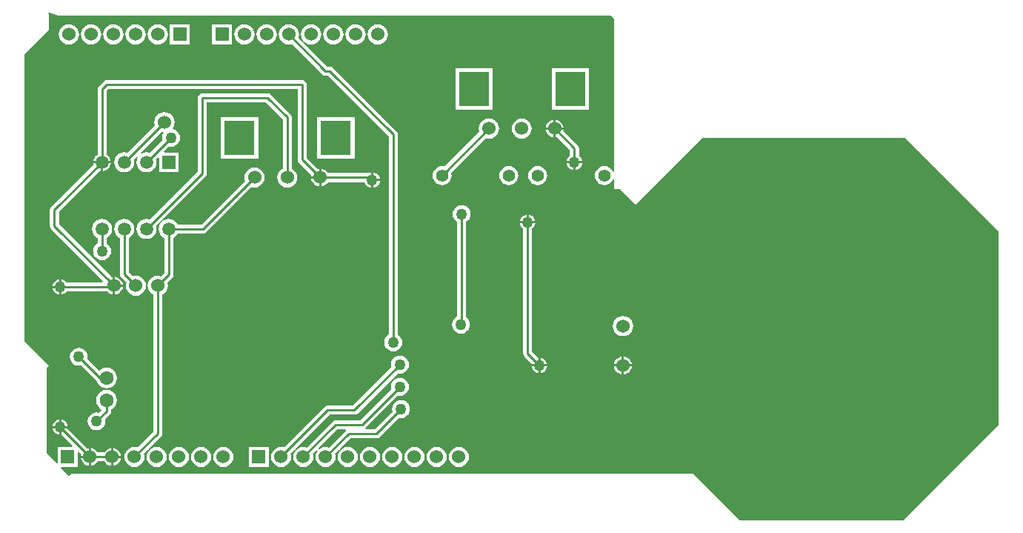
<source format=gbl>
G04 Layer_Physical_Order=2*
G04 Layer_Color=16711680*
%FSAX25Y25*%
%MOIN*%
G70*
G01*
G75*
%ADD15C,0.01000*%
%ADD16C,0.06000*%
%ADD17C,0.06000*%
%ADD18C,0.05906*%
%ADD19C,0.06299*%
%ADD20R,0.06000X0.06000*%
%ADD21C,0.05512*%
%ADD22R,0.13780X0.15748*%
%ADD23R,0.05906X0.05906*%
%ADD24C,0.05000*%
G36*
X0229500Y0389500D02*
X0478000D01*
X0479500Y0388000D01*
Y0319064D01*
X0479000Y0318964D01*
X0478718Y0319646D01*
X0478035Y0320535D01*
X0477146Y0321217D01*
X0476111Y0321646D01*
X0475000Y0321793D01*
X0473889Y0321646D01*
X0472854Y0321217D01*
X0471965Y0320535D01*
X0471282Y0319646D01*
X0470854Y0318611D01*
X0470707Y0317500D01*
X0470854Y0316389D01*
X0471282Y0315354D01*
X0471965Y0314465D01*
X0472854Y0313783D01*
X0473889Y0313354D01*
X0475000Y0313207D01*
X0476111Y0313354D01*
X0477146Y0313783D01*
X0478035Y0314465D01*
X0478718Y0315354D01*
X0479000Y0316036D01*
X0479500Y0315936D01*
Y0311500D01*
X0482000D01*
X0489000Y0304500D01*
X0519000Y0334500D01*
X0610500D01*
X0611500Y0333500D01*
X0652500Y0292500D01*
Y0292000D01*
Y0205500D01*
X0650500Y0203500D01*
X0610000Y0163000D01*
Y0162500D01*
X0536000D01*
X0535000Y0163500D01*
X0515000Y0183500D01*
X0235000D01*
X0234000Y0182500D01*
X0230462Y0186038D01*
X0230653Y0186500D01*
X0238000D01*
Y0192963D01*
X0238462Y0193154D01*
X0239599Y0192017D01*
X0239531Y0191500D01*
X0243000D01*
Y0194969D01*
X0242483Y0194901D01*
X0233502Y0203882D01*
X0233512Y0203953D01*
X0230547D01*
Y0200988D01*
X0230618Y0200998D01*
X0235654Y0195962D01*
X0235463Y0195500D01*
X0229000D01*
Y0188153D01*
X0228538Y0187962D01*
X0224000Y0192500D01*
Y0193500D01*
Y0231000D01*
X0225000Y0232000D01*
X0214000Y0243000D01*
Y0244000D01*
Y0372000D01*
X0217000Y0375000D01*
X0225000Y0383000D01*
Y0386000D01*
Y0390000D01*
X0224689Y0390311D01*
X0224940Y0390744D01*
X0229500Y0389500D01*
D02*
G37*
%LPC*%
G36*
X0443917Y0296000D02*
X0436988D01*
X0437043Y0295586D01*
X0437396Y0294735D01*
X0437957Y0294004D01*
X0438414Y0293653D01*
Y0237453D01*
X0438569Y0236672D01*
X0439011Y0236011D01*
X0442325Y0232697D01*
X0442315Y0232626D01*
X0445280D01*
Y0235590D01*
X0445208Y0235581D01*
X0442492Y0238298D01*
Y0293653D01*
X0442949Y0294004D01*
X0443510Y0294735D01*
X0443863Y0295586D01*
X0443917Y0296000D01*
D02*
G37*
G36*
X0446280Y0235590D02*
Y0232626D01*
X0449244D01*
X0449190Y0233040D01*
X0448837Y0233891D01*
X0448276Y0234622D01*
X0447545Y0235183D01*
X0446693Y0235536D01*
X0446280Y0235590D01*
D02*
G37*
G36*
X0482854Y0236095D02*
X0482310Y0236023D01*
X0481337Y0235620D01*
X0480502Y0234979D01*
X0479860Y0234143D01*
X0479457Y0233170D01*
X0479386Y0232626D01*
X0482854D01*
Y0236095D01*
D02*
G37*
G36*
X0449244Y0231626D02*
X0446280D01*
Y0228662D01*
X0446693Y0228716D01*
X0447545Y0229069D01*
X0448276Y0229630D01*
X0448837Y0230361D01*
X0449190Y0231212D01*
X0449244Y0231626D01*
D02*
G37*
G36*
X0487323D02*
X0483854D01*
Y0228157D01*
X0484399Y0228229D01*
X0485372Y0228632D01*
X0486207Y0229273D01*
X0486848Y0230109D01*
X0487252Y0231082D01*
X0487323Y0231626D01*
D02*
G37*
G36*
X0482854D02*
X0479386D01*
X0479457Y0231082D01*
X0479860Y0230109D01*
X0480502Y0229273D01*
X0481337Y0228632D01*
X0482310Y0228229D01*
X0482854Y0228157D01*
Y0231626D01*
D02*
G37*
G36*
X0445280D02*
X0442315D01*
X0442370Y0231212D01*
X0442722Y0230361D01*
X0443283Y0229630D01*
X0444015Y0229069D01*
X0444866Y0228716D01*
X0445280Y0228662D01*
Y0231626D01*
D02*
G37*
G36*
X0383000Y0236535D02*
X0381956Y0236397D01*
X0380983Y0235994D01*
X0380147Y0235353D01*
X0379506Y0234517D01*
X0379103Y0233544D01*
X0378965Y0232500D01*
X0379099Y0231483D01*
X0361655Y0214039D01*
X0350500D01*
X0349720Y0213884D01*
X0349058Y0213442D01*
X0349058Y0213442D01*
X0330905Y0195289D01*
X0330675Y0195384D01*
X0329500Y0195539D01*
X0328325Y0195384D01*
X0327231Y0194931D01*
X0326291Y0194209D01*
X0325569Y0193269D01*
X0325116Y0192175D01*
X0324961Y0191000D01*
X0325116Y0189825D01*
X0325569Y0188731D01*
X0326291Y0187791D01*
X0327231Y0187069D01*
X0328325Y0186616D01*
X0329500Y0186461D01*
X0330675Y0186616D01*
X0331769Y0187069D01*
X0332709Y0187791D01*
X0333431Y0188731D01*
X0333884Y0189825D01*
X0334039Y0191000D01*
X0333884Y0192175D01*
X0333789Y0192405D01*
X0335881Y0194498D01*
X0336258Y0194167D01*
X0336034Y0193874D01*
X0335569Y0193269D01*
X0335116Y0192175D01*
X0334961Y0191000D01*
X0335116Y0189825D01*
X0335569Y0188731D01*
X0336291Y0187791D01*
X0337231Y0187069D01*
X0338325Y0186616D01*
X0339500Y0186461D01*
X0340675Y0186616D01*
X0341769Y0187069D01*
X0342709Y0187791D01*
X0343431Y0188731D01*
X0343884Y0189825D01*
X0344039Y0191000D01*
X0343884Y0192175D01*
X0343789Y0192405D01*
X0345648Y0194264D01*
X0345704Y0194266D01*
X0345853Y0194089D01*
X0345957Y0193774D01*
X0345569Y0193269D01*
X0345116Y0192175D01*
X0344961Y0191000D01*
X0345116Y0189825D01*
X0345569Y0188731D01*
X0346291Y0187791D01*
X0347231Y0187069D01*
X0348325Y0186616D01*
X0349500Y0186461D01*
X0350675Y0186616D01*
X0351769Y0187069D01*
X0352709Y0187791D01*
X0353431Y0188731D01*
X0353884Y0189825D01*
X0354039Y0191000D01*
X0353884Y0192175D01*
X0353789Y0192405D01*
X0355881Y0194498D01*
X0356258Y0194167D01*
X0356033Y0193874D01*
X0355569Y0193269D01*
X0355116Y0192175D01*
X0354961Y0191000D01*
X0355116Y0189825D01*
X0355569Y0188731D01*
X0356291Y0187791D01*
X0357231Y0187069D01*
X0358325Y0186616D01*
X0359500Y0186461D01*
X0360675Y0186616D01*
X0361769Y0187069D01*
X0362709Y0187791D01*
X0363431Y0188731D01*
X0363884Y0189825D01*
X0364039Y0191000D01*
X0363884Y0192175D01*
X0363431Y0193269D01*
X0362709Y0194209D01*
X0361769Y0194931D01*
X0360675Y0195384D01*
X0359500Y0195539D01*
X0358325Y0195384D01*
X0357231Y0194931D01*
X0356626Y0194466D01*
X0356333Y0194242D01*
X0356002Y0194619D01*
X0360845Y0199461D01*
X0372500D01*
X0373280Y0199616D01*
X0373942Y0200058D01*
X0382483Y0208599D01*
X0383500Y0208466D01*
X0384544Y0208603D01*
X0385517Y0209006D01*
X0386353Y0209647D01*
X0386994Y0210483D01*
X0387397Y0211456D01*
X0387534Y0212500D01*
X0387397Y0213544D01*
X0386994Y0214517D01*
X0386353Y0215353D01*
X0385517Y0215994D01*
X0384544Y0216397D01*
X0383500Y0216534D01*
X0382456Y0216397D01*
X0381483Y0215994D01*
X0380647Y0215353D01*
X0380006Y0214517D01*
X0379603Y0213544D01*
X0379466Y0212500D01*
X0379599Y0211483D01*
X0371655Y0203539D01*
X0367565D01*
X0367414Y0204039D01*
X0367442Y0204058D01*
X0381983Y0218599D01*
X0383000Y0218465D01*
X0384044Y0218603D01*
X0385017Y0219006D01*
X0385853Y0219647D01*
X0386494Y0220483D01*
X0386897Y0221456D01*
X0387035Y0222500D01*
X0386897Y0223544D01*
X0386494Y0224517D01*
X0385853Y0225353D01*
X0385017Y0225994D01*
X0384044Y0226397D01*
X0383000Y0226535D01*
X0381956Y0226397D01*
X0380983Y0225994D01*
X0380147Y0225353D01*
X0379506Y0224517D01*
X0379103Y0223544D01*
X0378965Y0222500D01*
X0379099Y0221483D01*
X0365155Y0207539D01*
X0354000D01*
X0354000Y0207539D01*
X0353220Y0207384D01*
X0352558Y0206942D01*
X0340905Y0195289D01*
X0340675Y0195384D01*
X0339500Y0195539D01*
X0338325Y0195384D01*
X0337231Y0194931D01*
X0336626Y0194466D01*
X0336333Y0194242D01*
X0336002Y0194619D01*
X0351345Y0209961D01*
X0362500D01*
X0363280Y0210116D01*
X0363942Y0210558D01*
X0381983Y0228599D01*
X0383000Y0228466D01*
X0384044Y0228603D01*
X0385017Y0229006D01*
X0385853Y0229647D01*
X0386494Y0230483D01*
X0386897Y0231456D01*
X0387035Y0232500D01*
X0386897Y0233544D01*
X0386494Y0234517D01*
X0385853Y0235353D01*
X0385017Y0235994D01*
X0384044Y0236397D01*
X0383000Y0236535D01*
D02*
G37*
G36*
X0483854Y0236095D02*
Y0232626D01*
X0487323D01*
X0487252Y0233170D01*
X0486848Y0234143D01*
X0486207Y0234979D01*
X0485372Y0235620D01*
X0484399Y0236023D01*
X0483854Y0236095D01*
D02*
G37*
G36*
X0254815Y0271969D02*
Y0268500D01*
X0258284D01*
X0258212Y0269044D01*
X0257809Y0270017D01*
X0257168Y0270853D01*
X0256332Y0271494D01*
X0255359Y0271897D01*
X0254815Y0271969D01*
D02*
G37*
G36*
X0229547Y0270917D02*
X0229134Y0270863D01*
X0228282Y0270510D01*
X0227551Y0269949D01*
X0226990Y0269218D01*
X0226637Y0268367D01*
X0226583Y0267953D01*
X0229547D01*
Y0270917D01*
D02*
G37*
G36*
X0439953Y0299964D02*
X0439539Y0299910D01*
X0438688Y0299557D01*
X0437957Y0298996D01*
X0437396Y0298265D01*
X0437043Y0297414D01*
X0436988Y0297000D01*
X0439953D01*
Y0299964D01*
D02*
G37*
G36*
X0249000Y0297991D02*
X0247838Y0297838D01*
X0246754Y0297390D01*
X0245824Y0296676D01*
X0245111Y0295746D01*
X0244662Y0294662D01*
X0244509Y0293500D01*
X0244662Y0292338D01*
X0245111Y0291254D01*
X0245824Y0290324D01*
X0246754Y0289611D01*
X0246961Y0289525D01*
Y0286977D01*
X0246147Y0286353D01*
X0245506Y0285517D01*
X0245103Y0284544D01*
X0244966Y0283500D01*
X0245103Y0282456D01*
X0245506Y0281483D01*
X0246147Y0280647D01*
X0246983Y0280006D01*
X0247956Y0279603D01*
X0249000Y0279466D01*
X0250044Y0279603D01*
X0251017Y0280006D01*
X0251853Y0280647D01*
X0252494Y0281483D01*
X0252897Y0282456D01*
X0253034Y0283500D01*
X0252897Y0284544D01*
X0252494Y0285517D01*
X0251853Y0286353D01*
X0251039Y0286977D01*
Y0289525D01*
X0251246Y0289611D01*
X0252176Y0290324D01*
X0252889Y0291254D01*
X0253338Y0292338D01*
X0253491Y0293500D01*
X0253338Y0294662D01*
X0252889Y0295746D01*
X0252176Y0296676D01*
X0251246Y0297390D01*
X0250162Y0297838D01*
X0249000Y0297991D01*
D02*
G37*
G36*
X0258284Y0267500D02*
X0254815D01*
Y0264031D01*
X0255359Y0264103D01*
X0256332Y0264506D01*
X0257168Y0265147D01*
X0257809Y0265983D01*
X0258212Y0266956D01*
X0258284Y0267500D01*
D02*
G37*
G36*
X0410744Y0304291D02*
X0409700Y0304153D01*
X0408727Y0303750D01*
X0407891Y0303109D01*
X0407250Y0302273D01*
X0406847Y0301300D01*
X0406709Y0300256D01*
X0406847Y0299212D01*
X0407250Y0298239D01*
X0407891Y0297403D01*
X0408705Y0296779D01*
Y0254086D01*
X0408483Y0253994D01*
X0407647Y0253353D01*
X0407006Y0252517D01*
X0406603Y0251544D01*
X0406465Y0250500D01*
X0406603Y0249456D01*
X0407006Y0248483D01*
X0407647Y0247647D01*
X0408483Y0247006D01*
X0409456Y0246603D01*
X0410500Y0246465D01*
X0411544Y0246603D01*
X0412517Y0247006D01*
X0413353Y0247647D01*
X0413994Y0248483D01*
X0414397Y0249456D01*
X0414535Y0250500D01*
X0414397Y0251544D01*
X0413994Y0252517D01*
X0413353Y0253353D01*
X0412783Y0253790D01*
Y0296779D01*
X0413597Y0297403D01*
X0414238Y0298239D01*
X0414641Y0299212D01*
X0414779Y0300256D01*
X0414641Y0301300D01*
X0414238Y0302273D01*
X0413597Y0303109D01*
X0412761Y0303750D01*
X0411788Y0304153D01*
X0410744Y0304291D01*
D02*
G37*
G36*
X0483354Y0254381D02*
X0482180Y0254227D01*
X0481085Y0253773D01*
X0480145Y0253052D01*
X0479424Y0252112D01*
X0478970Y0251017D01*
X0478816Y0249843D01*
X0478970Y0248668D01*
X0479424Y0247573D01*
X0480145Y0246633D01*
X0481085Y0245912D01*
X0482180Y0245458D01*
X0483354Y0245304D01*
X0484529Y0245458D01*
X0485624Y0245912D01*
X0486564Y0246633D01*
X0487285Y0247573D01*
X0487739Y0248668D01*
X0487893Y0249843D01*
X0487739Y0251017D01*
X0487285Y0252112D01*
X0486564Y0253052D01*
X0485624Y0253773D01*
X0484529Y0254227D01*
X0483354Y0254381D01*
D02*
G37*
G36*
X0229547Y0266953D02*
X0226583D01*
X0226637Y0266539D01*
X0226990Y0265688D01*
X0227551Y0264957D01*
X0228282Y0264396D01*
X0229134Y0264043D01*
X0229547Y0263988D01*
Y0266953D01*
D02*
G37*
G36*
X0259000Y0297991D02*
X0257838Y0297838D01*
X0256754Y0297390D01*
X0255824Y0296676D01*
X0255111Y0295746D01*
X0254662Y0294662D01*
X0254509Y0293500D01*
X0254662Y0292338D01*
X0255111Y0291254D01*
X0255824Y0290324D01*
X0256754Y0289611D01*
X0256961Y0289525D01*
Y0273157D01*
X0257116Y0272377D01*
X0257558Y0271715D01*
X0259869Y0269405D01*
X0259773Y0269175D01*
X0259619Y0268000D01*
X0259773Y0266825D01*
X0260227Y0265731D01*
X0260948Y0264791D01*
X0261888Y0264069D01*
X0262983Y0263616D01*
X0264157Y0263461D01*
X0265332Y0263616D01*
X0266427Y0264069D01*
X0267367Y0264791D01*
X0268088Y0265731D01*
X0268542Y0266825D01*
X0268696Y0268000D01*
X0268542Y0269175D01*
X0268088Y0270269D01*
X0267367Y0271209D01*
X0266427Y0271931D01*
X0265332Y0272384D01*
X0264157Y0272539D01*
X0262983Y0272384D01*
X0262752Y0272289D01*
X0261039Y0274002D01*
Y0289525D01*
X0261246Y0289611D01*
X0262176Y0290324D01*
X0262890Y0291254D01*
X0263338Y0292338D01*
X0263491Y0293500D01*
X0263338Y0294662D01*
X0262890Y0295746D01*
X0262176Y0296676D01*
X0261246Y0297390D01*
X0260162Y0297838D01*
X0259000Y0297991D01*
D02*
G37*
G36*
X0399500Y0195539D02*
X0398325Y0195384D01*
X0397231Y0194931D01*
X0396291Y0194209D01*
X0395569Y0193269D01*
X0395116Y0192175D01*
X0394961Y0191000D01*
X0395116Y0189825D01*
X0395569Y0188731D01*
X0396291Y0187791D01*
X0397231Y0187069D01*
X0398325Y0186616D01*
X0399500Y0186461D01*
X0400675Y0186616D01*
X0401769Y0187069D01*
X0402709Y0187791D01*
X0403431Y0188731D01*
X0403884Y0189825D01*
X0404039Y0191000D01*
X0403884Y0192175D01*
X0403431Y0193269D01*
X0402709Y0194209D01*
X0401769Y0194931D01*
X0400675Y0195384D01*
X0399500Y0195539D01*
D02*
G37*
G36*
X0389500D02*
X0388325Y0195384D01*
X0387231Y0194931D01*
X0386291Y0194209D01*
X0385569Y0193269D01*
X0385116Y0192175D01*
X0384961Y0191000D01*
X0385116Y0189825D01*
X0385569Y0188731D01*
X0386291Y0187791D01*
X0387231Y0187069D01*
X0388325Y0186616D01*
X0389500Y0186461D01*
X0390675Y0186616D01*
X0391769Y0187069D01*
X0392709Y0187791D01*
X0393431Y0188731D01*
X0393884Y0189825D01*
X0394039Y0191000D01*
X0393884Y0192175D01*
X0393431Y0193269D01*
X0392709Y0194209D01*
X0391769Y0194931D01*
X0390675Y0195384D01*
X0389500Y0195539D01*
D02*
G37*
G36*
X0324000Y0195500D02*
X0315000D01*
Y0186500D01*
X0324000D01*
Y0195500D01*
D02*
G37*
G36*
X0409500Y0195539D02*
X0408325Y0195384D01*
X0407231Y0194931D01*
X0406291Y0194209D01*
X0405569Y0193269D01*
X0405116Y0192175D01*
X0404961Y0191000D01*
X0405116Y0189825D01*
X0405569Y0188731D01*
X0406291Y0187791D01*
X0407231Y0187069D01*
X0408325Y0186616D01*
X0409500Y0186461D01*
X0410675Y0186616D01*
X0411769Y0187069D01*
X0412709Y0187791D01*
X0413431Y0188731D01*
X0413884Y0189825D01*
X0414039Y0191000D01*
X0413884Y0192175D01*
X0413431Y0193269D01*
X0412709Y0194209D01*
X0411769Y0194931D01*
X0410675Y0195384D01*
X0409500Y0195539D01*
D02*
G37*
G36*
X0379500D02*
X0378325Y0195384D01*
X0377231Y0194931D01*
X0376291Y0194209D01*
X0375569Y0193269D01*
X0375116Y0192175D01*
X0374961Y0191000D01*
X0375116Y0189825D01*
X0375569Y0188731D01*
X0376291Y0187791D01*
X0377231Y0187069D01*
X0378325Y0186616D01*
X0379500Y0186461D01*
X0380675Y0186616D01*
X0381769Y0187069D01*
X0382709Y0187791D01*
X0383431Y0188731D01*
X0383884Y0189825D01*
X0384039Y0191000D01*
X0383884Y0192175D01*
X0383431Y0193269D01*
X0382709Y0194209D01*
X0381769Y0194931D01*
X0380675Y0195384D01*
X0379500Y0195539D01*
D02*
G37*
G36*
X0293500D02*
X0292325Y0195384D01*
X0291231Y0194931D01*
X0290291Y0194209D01*
X0289569Y0193269D01*
X0289116Y0192175D01*
X0288961Y0191000D01*
X0289116Y0189825D01*
X0289569Y0188731D01*
X0290291Y0187791D01*
X0291231Y0187069D01*
X0292325Y0186616D01*
X0293500Y0186461D01*
X0294675Y0186616D01*
X0295769Y0187069D01*
X0296709Y0187791D01*
X0297431Y0188731D01*
X0297884Y0189825D01*
X0298039Y0191000D01*
X0297884Y0192175D01*
X0297431Y0193269D01*
X0296709Y0194209D01*
X0295769Y0194931D01*
X0294675Y0195384D01*
X0293500Y0195539D01*
D02*
G37*
G36*
X0283500D02*
X0282325Y0195384D01*
X0281231Y0194931D01*
X0280291Y0194209D01*
X0279569Y0193269D01*
X0279116Y0192175D01*
X0278961Y0191000D01*
X0279116Y0189825D01*
X0279569Y0188731D01*
X0280291Y0187791D01*
X0281231Y0187069D01*
X0282325Y0186616D01*
X0283500Y0186461D01*
X0284675Y0186616D01*
X0285769Y0187069D01*
X0286709Y0187791D01*
X0287431Y0188731D01*
X0287884Y0189825D01*
X0288039Y0191000D01*
X0287884Y0192175D01*
X0287431Y0193269D01*
X0286709Y0194209D01*
X0285769Y0194931D01*
X0284675Y0195384D01*
X0283500Y0195539D01*
D02*
G37*
G36*
X0369500D02*
X0368325Y0195384D01*
X0367231Y0194931D01*
X0366291Y0194209D01*
X0365569Y0193269D01*
X0365116Y0192175D01*
X0364961Y0191000D01*
X0365116Y0189825D01*
X0365569Y0188731D01*
X0366291Y0187791D01*
X0367231Y0187069D01*
X0368325Y0186616D01*
X0369500Y0186461D01*
X0370675Y0186616D01*
X0371769Y0187069D01*
X0372709Y0187791D01*
X0373431Y0188731D01*
X0373884Y0189825D01*
X0374039Y0191000D01*
X0373884Y0192175D01*
X0373431Y0193269D01*
X0372709Y0194209D01*
X0371769Y0194931D01*
X0370675Y0195384D01*
X0369500Y0195539D01*
D02*
G37*
G36*
X0303500D02*
X0302325Y0195384D01*
X0301231Y0194931D01*
X0300291Y0194209D01*
X0299569Y0193269D01*
X0299116Y0192175D01*
X0298961Y0191000D01*
X0299116Y0189825D01*
X0299569Y0188731D01*
X0300291Y0187791D01*
X0301231Y0187069D01*
X0302325Y0186616D01*
X0303500Y0186461D01*
X0304675Y0186616D01*
X0305769Y0187069D01*
X0306709Y0187791D01*
X0307431Y0188731D01*
X0307884Y0189825D01*
X0308039Y0191000D01*
X0307884Y0192175D01*
X0307431Y0193269D01*
X0306709Y0194209D01*
X0305769Y0194931D01*
X0304675Y0195384D01*
X0303500Y0195539D01*
D02*
G37*
G36*
X0230547Y0207917D02*
Y0204953D01*
X0233512D01*
X0233457Y0205366D01*
X0233104Y0206218D01*
X0232543Y0206949D01*
X0231812Y0207510D01*
X0230961Y0207863D01*
X0230547Y0207917D01*
D02*
G37*
G36*
X0229547D02*
X0229134Y0207863D01*
X0228282Y0207510D01*
X0227551Y0206949D01*
X0226990Y0206218D01*
X0226637Y0205366D01*
X0226583Y0204953D01*
X0229547D01*
Y0207917D01*
D02*
G37*
G36*
X0238500Y0240035D02*
X0237456Y0239897D01*
X0236483Y0239494D01*
X0235647Y0238853D01*
X0235006Y0238017D01*
X0234603Y0237044D01*
X0234466Y0236000D01*
X0234603Y0234956D01*
X0235006Y0233983D01*
X0235647Y0233147D01*
X0236483Y0232506D01*
X0237456Y0232103D01*
X0238500Y0231965D01*
X0239517Y0232099D01*
X0246558Y0225058D01*
X0246567Y0225052D01*
X0246939Y0224155D01*
X0247684Y0223184D01*
X0248655Y0222439D01*
X0249786Y0221970D01*
X0251000Y0221810D01*
X0252214Y0221970D01*
X0253345Y0222439D01*
X0254316Y0223184D01*
X0255061Y0224155D01*
X0255530Y0225286D01*
X0255690Y0226500D01*
X0255530Y0227714D01*
X0255061Y0228845D01*
X0254316Y0229816D01*
X0253345Y0230561D01*
X0252214Y0231030D01*
X0251000Y0231190D01*
X0249786Y0231030D01*
X0248655Y0230561D01*
X0247684Y0229816D01*
X0247575Y0229809D01*
X0242401Y0234983D01*
X0242534Y0236000D01*
X0242397Y0237044D01*
X0241994Y0238017D01*
X0241353Y0238853D01*
X0240517Y0239494D01*
X0239544Y0239897D01*
X0238500Y0240035D01*
D02*
G37*
G36*
X0251000Y0221190D02*
X0249786Y0221030D01*
X0248655Y0220561D01*
X0247684Y0219816D01*
X0246939Y0218845D01*
X0246470Y0217714D01*
X0246310Y0216500D01*
X0246470Y0215286D01*
X0246939Y0214155D01*
X0247684Y0213184D01*
X0248454Y0212593D01*
X0248556Y0211987D01*
X0247470Y0210901D01*
X0246453Y0211034D01*
X0245409Y0210897D01*
X0244436Y0210494D01*
X0243600Y0209853D01*
X0242959Y0209017D01*
X0242556Y0208044D01*
X0242418Y0207000D01*
X0242556Y0205956D01*
X0242959Y0204983D01*
X0243600Y0204147D01*
X0244436Y0203506D01*
X0245409Y0203103D01*
X0246453Y0202965D01*
X0247497Y0203103D01*
X0248470Y0203506D01*
X0249306Y0204147D01*
X0249947Y0204983D01*
X0250350Y0205956D01*
X0250487Y0207000D01*
X0250354Y0208017D01*
X0252442Y0210105D01*
X0252884Y0210767D01*
X0253039Y0211547D01*
Y0212312D01*
X0253345Y0212439D01*
X0254316Y0213184D01*
X0255061Y0214155D01*
X0255530Y0215286D01*
X0255690Y0216500D01*
X0255530Y0217714D01*
X0255061Y0218845D01*
X0254316Y0219816D01*
X0253345Y0220561D01*
X0252214Y0221030D01*
X0251000Y0221190D01*
D02*
G37*
G36*
X0229547Y0203953D02*
X0226583D01*
X0226637Y0203539D01*
X0226990Y0202688D01*
X0227551Y0201957D01*
X0228282Y0201396D01*
X0229134Y0201043D01*
X0229547Y0200988D01*
Y0203953D01*
D02*
G37*
G36*
X0257469Y0190500D02*
X0254000D01*
Y0187031D01*
X0254544Y0187103D01*
X0255517Y0187506D01*
X0256353Y0188147D01*
X0256994Y0188983D01*
X0257397Y0189956D01*
X0257469Y0190500D01*
D02*
G37*
G36*
X0243000D02*
X0239531D01*
X0239603Y0189956D01*
X0240006Y0188983D01*
X0240647Y0188147D01*
X0241483Y0187506D01*
X0242456Y0187103D01*
X0243000Y0187031D01*
Y0190500D01*
D02*
G37*
G36*
X0253000Y0194969D02*
X0252456Y0194897D01*
X0251483Y0194494D01*
X0250647Y0193853D01*
X0250023Y0193039D01*
X0246977D01*
X0246353Y0193853D01*
X0245517Y0194494D01*
X0244544Y0194897D01*
X0244000Y0194969D01*
Y0191000D01*
Y0187031D01*
X0244544Y0187103D01*
X0245517Y0187506D01*
X0246353Y0188147D01*
X0246977Y0188961D01*
X0250023D01*
X0250647Y0188147D01*
X0251483Y0187506D01*
X0252456Y0187103D01*
X0253000Y0187031D01*
Y0191000D01*
Y0194969D01*
D02*
G37*
G36*
X0254000D02*
Y0191500D01*
X0257469D01*
X0257397Y0192044D01*
X0256994Y0193017D01*
X0256353Y0193853D01*
X0255517Y0194494D01*
X0254544Y0194897D01*
X0254000Y0194969D01*
D02*
G37*
G36*
X0440953Y0299964D02*
Y0297000D01*
X0443917D01*
X0443863Y0297414D01*
X0443510Y0298265D01*
X0442949Y0298996D01*
X0442218Y0299557D01*
X0441366Y0299910D01*
X0440953Y0299964D01*
D02*
G37*
G36*
X0244000Y0385539D02*
X0242825Y0385384D01*
X0241731Y0384931D01*
X0240791Y0384209D01*
X0240069Y0383269D01*
X0239616Y0382175D01*
X0239461Y0381000D01*
X0239616Y0379825D01*
X0240069Y0378731D01*
X0240791Y0377791D01*
X0241731Y0377069D01*
X0242825Y0376616D01*
X0244000Y0376461D01*
X0245175Y0376616D01*
X0246269Y0377069D01*
X0247209Y0377791D01*
X0247931Y0378731D01*
X0248384Y0379825D01*
X0248539Y0381000D01*
X0248384Y0382175D01*
X0247931Y0383269D01*
X0247209Y0384209D01*
X0246269Y0384931D01*
X0245175Y0385384D01*
X0244000Y0385539D01*
D02*
G37*
G36*
X0234000D02*
X0232825Y0385384D01*
X0231731Y0384931D01*
X0230791Y0384209D01*
X0230069Y0383269D01*
X0229616Y0382175D01*
X0229461Y0381000D01*
X0229616Y0379825D01*
X0230069Y0378731D01*
X0230791Y0377791D01*
X0231731Y0377069D01*
X0232825Y0376616D01*
X0234000Y0376461D01*
X0235175Y0376616D01*
X0236269Y0377069D01*
X0237209Y0377791D01*
X0237931Y0378731D01*
X0238384Y0379825D01*
X0238539Y0381000D01*
X0238384Y0382175D01*
X0237931Y0383269D01*
X0237209Y0384209D01*
X0236269Y0384931D01*
X0235175Y0385384D01*
X0234000Y0385539D01*
D02*
G37*
G36*
X0264000D02*
X0262825Y0385384D01*
X0261731Y0384931D01*
X0260791Y0384209D01*
X0260069Y0383269D01*
X0259616Y0382175D01*
X0259461Y0381000D01*
X0259616Y0379825D01*
X0260069Y0378731D01*
X0260791Y0377791D01*
X0261731Y0377069D01*
X0262825Y0376616D01*
X0264000Y0376461D01*
X0265175Y0376616D01*
X0266269Y0377069D01*
X0267209Y0377791D01*
X0267931Y0378731D01*
X0268384Y0379825D01*
X0268539Y0381000D01*
X0268384Y0382175D01*
X0267931Y0383269D01*
X0267209Y0384209D01*
X0266269Y0384931D01*
X0265175Y0385384D01*
X0264000Y0385539D01*
D02*
G37*
G36*
X0254000D02*
X0252825Y0385384D01*
X0251731Y0384931D01*
X0250791Y0384209D01*
X0250069Y0383269D01*
X0249616Y0382175D01*
X0249461Y0381000D01*
X0249616Y0379825D01*
X0250069Y0378731D01*
X0250791Y0377791D01*
X0251731Y0377069D01*
X0252825Y0376616D01*
X0254000Y0376461D01*
X0255175Y0376616D01*
X0256269Y0377069D01*
X0257209Y0377791D01*
X0257931Y0378731D01*
X0258384Y0379825D01*
X0258539Y0381000D01*
X0258384Y0382175D01*
X0257931Y0383269D01*
X0257209Y0384209D01*
X0256269Y0384931D01*
X0255175Y0385384D01*
X0254000Y0385539D01*
D02*
G37*
G36*
X0468043Y0365732D02*
X0451264D01*
Y0346984D01*
X0468043D01*
Y0365732D01*
D02*
G37*
G36*
X0452067Y0342611D02*
X0451523Y0342539D01*
X0450550Y0342136D01*
X0449714Y0341495D01*
X0449073Y0340659D01*
X0448670Y0339686D01*
X0448598Y0339142D01*
X0452067D01*
Y0342611D01*
D02*
G37*
G36*
Y0338142D02*
X0448598D01*
X0448670Y0337598D01*
X0449073Y0336625D01*
X0449714Y0335789D01*
X0450550Y0335148D01*
X0451523Y0334745D01*
X0452067Y0334673D01*
Y0338142D01*
D02*
G37*
G36*
X0424736Y0365732D02*
X0407957D01*
Y0346984D01*
X0424736D01*
Y0365732D01*
D02*
G37*
G36*
X0453067Y0342611D02*
Y0339142D01*
X0456536D01*
X0456464Y0339686D01*
X0456061Y0340659D01*
X0455420Y0341495D01*
X0454584Y0342136D01*
X0453611Y0342539D01*
X0453067Y0342611D01*
D02*
G37*
G36*
X0288500Y0385500D02*
X0279500D01*
Y0376500D01*
X0288500D01*
Y0385500D01*
D02*
G37*
G36*
X0373000Y0385539D02*
X0371825Y0385384D01*
X0370731Y0384931D01*
X0369791Y0384209D01*
X0369069Y0383269D01*
X0368616Y0382175D01*
X0368461Y0381000D01*
X0368616Y0379825D01*
X0369069Y0378731D01*
X0369791Y0377791D01*
X0370731Y0377069D01*
X0371825Y0376616D01*
X0373000Y0376461D01*
X0374175Y0376616D01*
X0375269Y0377069D01*
X0376209Y0377791D01*
X0376931Y0378731D01*
X0377384Y0379825D01*
X0377539Y0381000D01*
X0377384Y0382175D01*
X0376931Y0383269D01*
X0376209Y0384209D01*
X0375269Y0384931D01*
X0374175Y0385384D01*
X0373000Y0385539D01*
D02*
G37*
G36*
X0343000D02*
X0341825Y0385384D01*
X0340731Y0384931D01*
X0339791Y0384209D01*
X0339069Y0383269D01*
X0338616Y0382175D01*
X0338461Y0381000D01*
X0338616Y0379825D01*
X0339069Y0378731D01*
X0339533Y0378126D01*
X0339758Y0377833D01*
X0339381Y0377502D01*
X0337289Y0379595D01*
X0337384Y0379825D01*
X0337539Y0381000D01*
X0337384Y0382175D01*
X0336931Y0383269D01*
X0336209Y0384209D01*
X0335269Y0384931D01*
X0334175Y0385384D01*
X0333000Y0385539D01*
X0331825Y0385384D01*
X0330731Y0384931D01*
X0329791Y0384209D01*
X0329069Y0383269D01*
X0328616Y0382175D01*
X0328461Y0381000D01*
X0328616Y0379825D01*
X0329069Y0378731D01*
X0329791Y0377791D01*
X0330731Y0377069D01*
X0331825Y0376616D01*
X0333000Y0376461D01*
X0334175Y0376616D01*
X0334405Y0376711D01*
X0348058Y0363058D01*
X0348720Y0362616D01*
X0349500Y0362461D01*
X0350655D01*
X0377961Y0335155D01*
Y0245977D01*
X0377147Y0245353D01*
X0376506Y0244517D01*
X0376103Y0243544D01*
X0375965Y0242500D01*
X0376103Y0241456D01*
X0376506Y0240483D01*
X0377147Y0239647D01*
X0377983Y0239006D01*
X0378956Y0238603D01*
X0380000Y0238465D01*
X0381044Y0238603D01*
X0382017Y0239006D01*
X0382853Y0239647D01*
X0383494Y0240483D01*
X0383897Y0241456D01*
X0384034Y0242500D01*
X0383897Y0243544D01*
X0383494Y0244517D01*
X0382853Y0245353D01*
X0382039Y0245977D01*
Y0336000D01*
X0382039Y0336000D01*
X0381884Y0336780D01*
X0381442Y0337442D01*
X0352942Y0365942D01*
X0352280Y0366384D01*
X0351500Y0366539D01*
X0350345D01*
X0339502Y0377381D01*
X0339833Y0377758D01*
X0340126Y0377534D01*
X0340731Y0377069D01*
X0341825Y0376616D01*
X0343000Y0376461D01*
X0344175Y0376616D01*
X0345269Y0377069D01*
X0346209Y0377791D01*
X0346931Y0378731D01*
X0347384Y0379825D01*
X0347539Y0381000D01*
X0347384Y0382175D01*
X0346931Y0383269D01*
X0346209Y0384209D01*
X0345269Y0384931D01*
X0344175Y0385384D01*
X0343000Y0385539D01*
D02*
G37*
G36*
X0307500Y0385500D02*
X0298500D01*
Y0376500D01*
X0307500D01*
Y0385500D01*
D02*
G37*
G36*
X0363000Y0385539D02*
X0361825Y0385384D01*
X0360731Y0384931D01*
X0359791Y0384209D01*
X0359069Y0383269D01*
X0358616Y0382175D01*
X0358461Y0381000D01*
X0358616Y0379825D01*
X0359069Y0378731D01*
X0359791Y0377791D01*
X0360731Y0377069D01*
X0361825Y0376616D01*
X0363000Y0376461D01*
X0364175Y0376616D01*
X0365269Y0377069D01*
X0366209Y0377791D01*
X0366931Y0378731D01*
X0367384Y0379825D01*
X0367539Y0381000D01*
X0367384Y0382175D01*
X0366931Y0383269D01*
X0366209Y0384209D01*
X0365269Y0384931D01*
X0364175Y0385384D01*
X0363000Y0385539D01*
D02*
G37*
G36*
X0313000D02*
X0311825Y0385384D01*
X0310731Y0384931D01*
X0309791Y0384209D01*
X0309069Y0383269D01*
X0308616Y0382175D01*
X0308461Y0381000D01*
X0308616Y0379825D01*
X0309069Y0378731D01*
X0309791Y0377791D01*
X0310731Y0377069D01*
X0311825Y0376616D01*
X0313000Y0376461D01*
X0314175Y0376616D01*
X0315269Y0377069D01*
X0316209Y0377791D01*
X0316931Y0378731D01*
X0317384Y0379825D01*
X0317539Y0381000D01*
X0317384Y0382175D01*
X0316931Y0383269D01*
X0316209Y0384209D01*
X0315269Y0384931D01*
X0314175Y0385384D01*
X0313000Y0385539D01*
D02*
G37*
G36*
X0274000D02*
X0272825Y0385384D01*
X0271731Y0384931D01*
X0270791Y0384209D01*
X0270069Y0383269D01*
X0269616Y0382175D01*
X0269461Y0381000D01*
X0269616Y0379825D01*
X0270069Y0378731D01*
X0270791Y0377791D01*
X0271731Y0377069D01*
X0272825Y0376616D01*
X0274000Y0376461D01*
X0275175Y0376616D01*
X0276269Y0377069D01*
X0277209Y0377791D01*
X0277931Y0378731D01*
X0278384Y0379825D01*
X0278539Y0381000D01*
X0278384Y0382175D01*
X0277931Y0383269D01*
X0277209Y0384209D01*
X0276269Y0384931D01*
X0275175Y0385384D01*
X0274000Y0385539D01*
D02*
G37*
G36*
X0353000D02*
X0351825Y0385384D01*
X0350731Y0384931D01*
X0349791Y0384209D01*
X0349069Y0383269D01*
X0348616Y0382175D01*
X0348461Y0381000D01*
X0348616Y0379825D01*
X0349069Y0378731D01*
X0349791Y0377791D01*
X0350731Y0377069D01*
X0351825Y0376616D01*
X0353000Y0376461D01*
X0354175Y0376616D01*
X0355269Y0377069D01*
X0356209Y0377791D01*
X0356931Y0378731D01*
X0357384Y0379825D01*
X0357539Y0381000D01*
X0357384Y0382175D01*
X0356931Y0383269D01*
X0356209Y0384209D01*
X0355269Y0384931D01*
X0354175Y0385384D01*
X0353000Y0385539D01*
D02*
G37*
G36*
X0323000D02*
X0321825Y0385384D01*
X0320731Y0384931D01*
X0319791Y0384209D01*
X0319069Y0383269D01*
X0318616Y0382175D01*
X0318461Y0381000D01*
X0318616Y0379825D01*
X0319069Y0378731D01*
X0319791Y0377791D01*
X0320731Y0377069D01*
X0321825Y0376616D01*
X0323000Y0376461D01*
X0324175Y0376616D01*
X0325269Y0377069D01*
X0326209Y0377791D01*
X0326931Y0378731D01*
X0327384Y0379825D01*
X0327539Y0381000D01*
X0327384Y0382175D01*
X0326931Y0383269D01*
X0326209Y0384209D01*
X0325269Y0384931D01*
X0324175Y0385384D01*
X0323000Y0385539D01*
D02*
G37*
G36*
X0437803Y0343181D02*
X0436628Y0343026D01*
X0435534Y0342572D01*
X0434594Y0341851D01*
X0433873Y0340911D01*
X0433419Y0339816D01*
X0433264Y0338642D01*
X0433419Y0337467D01*
X0433873Y0336372D01*
X0434594Y0335432D01*
X0435534Y0334711D01*
X0436628Y0334258D01*
X0437803Y0334103D01*
X0438978Y0334258D01*
X0440073Y0334711D01*
X0441013Y0335432D01*
X0441734Y0336372D01*
X0442187Y0337467D01*
X0442342Y0338642D01*
X0442187Y0339816D01*
X0441734Y0340911D01*
X0441013Y0341851D01*
X0440073Y0342572D01*
X0438978Y0343026D01*
X0437803Y0343181D01*
D02*
G37*
G36*
X0445000Y0321793D02*
X0443889Y0321646D01*
X0442854Y0321217D01*
X0441965Y0320535D01*
X0441283Y0319646D01*
X0440854Y0318611D01*
X0440707Y0317500D01*
X0440854Y0316389D01*
X0441283Y0315354D01*
X0441965Y0314465D01*
X0442854Y0313783D01*
X0443889Y0313354D01*
X0445000Y0313207D01*
X0446111Y0313354D01*
X0447146Y0313783D01*
X0448035Y0314465D01*
X0448717Y0315354D01*
X0449146Y0316389D01*
X0449293Y0317500D01*
X0449146Y0318611D01*
X0448717Y0319646D01*
X0448035Y0320535D01*
X0447146Y0321217D01*
X0446111Y0321646D01*
X0445000Y0321793D01*
D02*
G37*
G36*
X0432000D02*
X0430889Y0321646D01*
X0429854Y0321217D01*
X0428965Y0320535D01*
X0428282Y0319646D01*
X0427854Y0318611D01*
X0427707Y0317500D01*
X0427854Y0316389D01*
X0428282Y0315354D01*
X0428965Y0314465D01*
X0429854Y0313783D01*
X0430889Y0313354D01*
X0432000Y0313207D01*
X0433111Y0313354D01*
X0434146Y0313783D01*
X0435035Y0314465D01*
X0435717Y0315354D01*
X0436146Y0316389D01*
X0436293Y0317500D01*
X0436146Y0318611D01*
X0435717Y0319646D01*
X0435035Y0320535D01*
X0434146Y0321217D01*
X0433111Y0321646D01*
X0432000Y0321793D01*
D02*
G37*
G36*
X0339000Y0360539D02*
X0251000D01*
X0250220Y0360384D01*
X0249558Y0359942D01*
X0247558Y0357942D01*
X0247116Y0357280D01*
X0246961Y0356500D01*
Y0326918D01*
X0246181Y0326319D01*
X0245547Y0325493D01*
X0245149Y0324532D01*
X0245079Y0324000D01*
X0252921D01*
X0252851Y0324532D01*
X0252453Y0325493D01*
X0251819Y0326319D01*
X0251039Y0326918D01*
Y0355655D01*
X0251845Y0356461D01*
X0336961D01*
Y0324709D01*
X0337116Y0323928D01*
X0337558Y0323267D01*
X0343166Y0317659D01*
X0343098Y0317142D01*
X0346567D01*
Y0320610D01*
X0346050Y0320543D01*
X0341039Y0325553D01*
Y0358500D01*
X0340884Y0359280D01*
X0340442Y0359942D01*
X0339780Y0360384D01*
X0339000Y0360539D01*
D02*
G37*
G36*
X0371000Y0318964D02*
Y0316000D01*
X0373964D01*
X0373910Y0316414D01*
X0373557Y0317265D01*
X0372996Y0317996D01*
X0372265Y0318557D01*
X0371414Y0318910D01*
X0371000Y0318964D01*
D02*
G37*
G36*
X0346567Y0316142D02*
X0343098D01*
X0343170Y0315598D01*
X0343573Y0314625D01*
X0344214Y0313789D01*
X0345050Y0313148D01*
X0346023Y0312745D01*
X0346567Y0312673D01*
Y0316142D01*
D02*
G37*
G36*
X0373964Y0315000D02*
X0371000D01*
Y0312036D01*
X0371414Y0312090D01*
X0372265Y0312443D01*
X0372996Y0313004D01*
X0373557Y0313735D01*
X0373910Y0314586D01*
X0373964Y0315000D01*
D02*
G37*
G36*
X0347567Y0320610D02*
Y0316642D01*
Y0312673D01*
X0348111Y0312745D01*
X0349084Y0313148D01*
X0349920Y0313789D01*
X0350544Y0314603D01*
X0367088D01*
X0367090Y0314586D01*
X0367443Y0313735D01*
X0368004Y0313004D01*
X0368735Y0312443D01*
X0369586Y0312090D01*
X0370000Y0312036D01*
Y0315500D01*
Y0318964D01*
X0369586Y0318910D01*
X0369034Y0318681D01*
X0350544D01*
X0349920Y0319495D01*
X0349084Y0320136D01*
X0348111Y0320539D01*
X0347567Y0320610D01*
D02*
G37*
G36*
X0323500Y0354539D02*
X0294000D01*
X0293220Y0354384D01*
X0292558Y0353942D01*
X0292116Y0353280D01*
X0291961Y0352500D01*
Y0319345D01*
X0270369Y0297753D01*
X0270162Y0297838D01*
X0269000Y0297991D01*
X0267838Y0297838D01*
X0266754Y0297390D01*
X0265824Y0296676D01*
X0265110Y0295746D01*
X0264662Y0294662D01*
X0264509Y0293500D01*
X0264662Y0292338D01*
X0265110Y0291254D01*
X0265824Y0290324D01*
X0266754Y0289611D01*
X0267838Y0289162D01*
X0269000Y0289009D01*
X0270162Y0289162D01*
X0271246Y0289611D01*
X0272176Y0290324D01*
X0272889Y0291254D01*
X0273338Y0292338D01*
X0273491Y0293500D01*
X0273338Y0294662D01*
X0273253Y0294869D01*
X0295442Y0317058D01*
X0295884Y0317720D01*
X0296039Y0318500D01*
Y0350461D01*
X0322655D01*
X0330264Y0342852D01*
Y0320668D01*
X0330034Y0320572D01*
X0329094Y0319851D01*
X0328373Y0318911D01*
X0327919Y0317816D01*
X0327764Y0316642D01*
X0327919Y0315467D01*
X0328373Y0314372D01*
X0329094Y0313432D01*
X0330034Y0312711D01*
X0331129Y0312258D01*
X0332303Y0312103D01*
X0333478Y0312258D01*
X0334573Y0312711D01*
X0335513Y0313432D01*
X0336234Y0314372D01*
X0336687Y0315467D01*
X0336842Y0316642D01*
X0336687Y0317816D01*
X0336234Y0318911D01*
X0335513Y0319851D01*
X0334573Y0320572D01*
X0334342Y0320668D01*
Y0343697D01*
X0334187Y0344477D01*
X0333745Y0345139D01*
X0333745Y0345139D01*
X0324942Y0353942D01*
X0324280Y0354384D01*
X0323500Y0354539D01*
D02*
G37*
G36*
X0317539Y0321181D02*
X0316365Y0321026D01*
X0315270Y0320572D01*
X0314330Y0319851D01*
X0313609Y0318911D01*
X0313155Y0317816D01*
X0313001Y0316642D01*
X0313155Y0315467D01*
X0313251Y0315237D01*
X0293553Y0295539D01*
X0282975D01*
X0282890Y0295746D01*
X0282176Y0296676D01*
X0281246Y0297390D01*
X0280162Y0297838D01*
X0279000Y0297991D01*
X0277838Y0297838D01*
X0276754Y0297390D01*
X0275824Y0296676D01*
X0275111Y0295746D01*
X0274662Y0294662D01*
X0274509Y0293500D01*
X0274662Y0292338D01*
X0275111Y0291254D01*
X0275824Y0290324D01*
X0276754Y0289611D01*
X0276961Y0289525D01*
Y0273845D01*
X0275405Y0272289D01*
X0275175Y0272384D01*
X0274000Y0272539D01*
X0272825Y0272384D01*
X0271731Y0271931D01*
X0270791Y0271209D01*
X0270069Y0270269D01*
X0269616Y0269175D01*
X0269461Y0268000D01*
X0269616Y0266825D01*
X0270069Y0265731D01*
X0270791Y0264791D01*
X0271731Y0264069D01*
X0271961Y0263974D01*
Y0202345D01*
X0264905Y0195289D01*
X0264675Y0195384D01*
X0263500Y0195539D01*
X0262325Y0195384D01*
X0261231Y0194931D01*
X0260291Y0194209D01*
X0259569Y0193269D01*
X0259116Y0192175D01*
X0258961Y0191000D01*
X0259116Y0189825D01*
X0259569Y0188731D01*
X0260291Y0187791D01*
X0261231Y0187069D01*
X0262325Y0186616D01*
X0263500Y0186461D01*
X0264675Y0186616D01*
X0265769Y0187069D01*
X0266709Y0187791D01*
X0267431Y0188731D01*
X0267884Y0189825D01*
X0268039Y0191000D01*
X0267884Y0192175D01*
X0267789Y0192405D01*
X0269881Y0194498D01*
X0270258Y0194167D01*
X0270034Y0193874D01*
X0269569Y0193269D01*
X0269116Y0192175D01*
X0268961Y0191000D01*
X0269116Y0189825D01*
X0269569Y0188731D01*
X0270291Y0187791D01*
X0271231Y0187069D01*
X0272325Y0186616D01*
X0273500Y0186461D01*
X0274675Y0186616D01*
X0275769Y0187069D01*
X0276709Y0187791D01*
X0277431Y0188731D01*
X0277884Y0189825D01*
X0278039Y0191000D01*
X0277884Y0192175D01*
X0277431Y0193269D01*
X0276709Y0194209D01*
X0275769Y0194931D01*
X0274675Y0195384D01*
X0273500Y0195539D01*
X0272325Y0195384D01*
X0271231Y0194931D01*
X0270626Y0194466D01*
X0270333Y0194242D01*
X0270002Y0194619D01*
X0275442Y0200058D01*
X0275884Y0200720D01*
X0276039Y0201500D01*
Y0263974D01*
X0276269Y0264069D01*
X0277209Y0264791D01*
X0277931Y0265731D01*
X0278384Y0266825D01*
X0278539Y0268000D01*
X0278384Y0269175D01*
X0278289Y0269405D01*
X0280442Y0271558D01*
X0280884Y0272220D01*
X0281039Y0273000D01*
Y0289525D01*
X0281246Y0289611D01*
X0282176Y0290324D01*
X0282890Y0291254D01*
X0282975Y0291461D01*
X0294398D01*
X0295178Y0291616D01*
X0295840Y0292058D01*
X0316134Y0312353D01*
X0316365Y0312258D01*
X0317539Y0312103D01*
X0318714Y0312258D01*
X0319809Y0312711D01*
X0320749Y0313432D01*
X0321470Y0314372D01*
X0321924Y0315467D01*
X0322078Y0316642D01*
X0321924Y0317816D01*
X0321470Y0318911D01*
X0320749Y0319851D01*
X0319809Y0320572D01*
X0318714Y0321026D01*
X0317539Y0321181D01*
D02*
G37*
G36*
X0248500Y0323000D02*
X0245079D01*
X0245142Y0322525D01*
X0226058Y0303442D01*
X0225616Y0302780D01*
X0225461Y0302000D01*
Y0294815D01*
X0225616Y0294035D01*
X0226058Y0293373D01*
X0249477Y0269954D01*
X0249286Y0269492D01*
X0232894D01*
X0232543Y0269949D01*
X0231812Y0270510D01*
X0230961Y0270863D01*
X0230547Y0270917D01*
Y0267453D01*
Y0263988D01*
X0230961Y0264043D01*
X0231812Y0264396D01*
X0232543Y0264957D01*
X0232894Y0265414D01*
X0251258D01*
X0251462Y0265147D01*
X0252298Y0264506D01*
X0253271Y0264103D01*
X0253815Y0264031D01*
Y0268000D01*
Y0271969D01*
X0253298Y0271901D01*
X0229539Y0295660D01*
Y0301155D01*
X0248025Y0319641D01*
X0248500Y0319579D01*
Y0323000D01*
D02*
G37*
G36*
X0319236Y0343732D02*
X0302457D01*
Y0324984D01*
X0319236D01*
Y0343732D01*
D02*
G37*
G36*
X0423039Y0343181D02*
X0421865Y0343026D01*
X0420770Y0342572D01*
X0419830Y0341851D01*
X0419109Y0340911D01*
X0418655Y0339816D01*
X0418501Y0338642D01*
X0418655Y0337467D01*
X0418751Y0337237D01*
X0403146Y0321632D01*
X0403111Y0321646D01*
X0402000Y0321793D01*
X0400889Y0321646D01*
X0399854Y0321217D01*
X0398965Y0320535D01*
X0398283Y0319646D01*
X0397854Y0318611D01*
X0397707Y0317500D01*
X0397854Y0316389D01*
X0398283Y0315354D01*
X0398965Y0314465D01*
X0399854Y0313783D01*
X0400889Y0313354D01*
X0402000Y0313207D01*
X0403111Y0313354D01*
X0404146Y0313783D01*
X0405035Y0314465D01*
X0405718Y0315354D01*
X0406146Y0316389D01*
X0406293Y0317500D01*
X0406146Y0318611D01*
X0406072Y0318791D01*
X0421634Y0334353D01*
X0421865Y0334258D01*
X0423039Y0334103D01*
X0424214Y0334258D01*
X0425309Y0334711D01*
X0426249Y0335432D01*
X0426970Y0336372D01*
X0427424Y0337467D01*
X0427578Y0338642D01*
X0427424Y0339816D01*
X0426970Y0340911D01*
X0426249Y0341851D01*
X0425309Y0342572D01*
X0424214Y0343026D01*
X0423039Y0343181D01*
D02*
G37*
G36*
X0277000Y0346039D02*
X0275825Y0345884D01*
X0274731Y0345431D01*
X0273791Y0344709D01*
X0273069Y0343769D01*
X0272616Y0342675D01*
X0272461Y0341500D01*
X0272616Y0340325D01*
X0272711Y0340095D01*
X0260369Y0327753D01*
X0260162Y0327838D01*
X0259000Y0327991D01*
X0257838Y0327838D01*
X0256754Y0327390D01*
X0255824Y0326676D01*
X0255111Y0325746D01*
X0254662Y0324662D01*
X0254509Y0323500D01*
X0254662Y0322338D01*
X0255111Y0321254D01*
X0255824Y0320324D01*
X0256754Y0319611D01*
X0257838Y0319162D01*
X0259000Y0319009D01*
X0260162Y0319162D01*
X0261246Y0319611D01*
X0262176Y0320324D01*
X0262890Y0321254D01*
X0263338Y0322338D01*
X0263491Y0323500D01*
X0263338Y0324662D01*
X0263253Y0324869D01*
X0275595Y0337211D01*
X0275825Y0337116D01*
X0276365Y0337045D01*
X0276556Y0336583D01*
X0276506Y0336517D01*
X0276103Y0335544D01*
X0275965Y0334500D01*
X0276099Y0333483D01*
X0270369Y0327753D01*
X0270162Y0327838D01*
X0269000Y0327991D01*
X0267838Y0327838D01*
X0266754Y0327390D01*
X0265824Y0326676D01*
X0265110Y0325746D01*
X0264662Y0324662D01*
X0264509Y0323500D01*
X0264662Y0322338D01*
X0265110Y0321254D01*
X0265824Y0320324D01*
X0266754Y0319611D01*
X0267838Y0319162D01*
X0269000Y0319009D01*
X0270162Y0319162D01*
X0271246Y0319611D01*
X0272176Y0320324D01*
X0272889Y0321254D01*
X0273338Y0322338D01*
X0273491Y0323500D01*
X0273338Y0324662D01*
X0273253Y0324869D01*
X0274085Y0325701D01*
X0274547Y0325510D01*
Y0319047D01*
X0283453D01*
Y0327953D01*
X0276990D01*
X0276799Y0328415D01*
X0278983Y0330599D01*
X0280000Y0330466D01*
X0281044Y0330603D01*
X0282017Y0331006D01*
X0282853Y0331647D01*
X0283494Y0332483D01*
X0283897Y0333456D01*
X0284034Y0334500D01*
X0283897Y0335544D01*
X0283494Y0336517D01*
X0282853Y0337353D01*
X0282017Y0337994D01*
X0281044Y0338397D01*
X0280856Y0338422D01*
X0280665Y0338884D01*
X0280931Y0339231D01*
X0281384Y0340325D01*
X0281539Y0341500D01*
X0281384Y0342675D01*
X0280931Y0343769D01*
X0280209Y0344709D01*
X0279269Y0345431D01*
X0278175Y0345884D01*
X0277000Y0346039D01*
D02*
G37*
G36*
X0362543Y0343732D02*
X0345764D01*
Y0324984D01*
X0362543D01*
Y0343732D01*
D02*
G37*
G36*
X0461000Y0323000D02*
X0458036D01*
X0458090Y0322586D01*
X0458443Y0321735D01*
X0459004Y0321004D01*
X0459735Y0320443D01*
X0460586Y0320090D01*
X0461000Y0320036D01*
Y0323000D01*
D02*
G37*
G36*
X0252921D02*
X0249500D01*
Y0319579D01*
X0250032Y0319649D01*
X0250993Y0320047D01*
X0251819Y0320681D01*
X0252453Y0321507D01*
X0252851Y0322468D01*
X0252921Y0323000D01*
D02*
G37*
G36*
X0456536Y0338142D02*
X0453067D01*
Y0334673D01*
X0453584Y0334741D01*
X0459461Y0328864D01*
Y0326347D01*
X0459004Y0325996D01*
X0458443Y0325265D01*
X0458090Y0324414D01*
X0458036Y0324000D01*
X0464964D01*
X0464910Y0324414D01*
X0464557Y0325265D01*
X0463996Y0325996D01*
X0463539Y0326347D01*
Y0329709D01*
X0463384Y0330489D01*
X0462942Y0331151D01*
X0456468Y0337625D01*
X0456536Y0338142D01*
D02*
G37*
G36*
X0464964Y0323000D02*
X0462000D01*
Y0320036D01*
X0462414Y0320090D01*
X0463265Y0320443D01*
X0463996Y0321004D01*
X0464557Y0321735D01*
X0464910Y0322586D01*
X0464964Y0323000D01*
D02*
G37*
%LPD*%
G36*
X0358586Y0202961D02*
X0358558Y0202942D01*
X0350905Y0195289D01*
X0350675Y0195384D01*
X0349500Y0195539D01*
X0348325Y0195384D01*
X0347231Y0194931D01*
X0346726Y0194543D01*
X0346411Y0194647D01*
X0346234Y0194796D01*
X0346236Y0194852D01*
X0354845Y0203461D01*
X0358435D01*
X0358586Y0202961D01*
D02*
G37*
D15*
X0269000Y0293500D02*
X0294000Y0318500D01*
Y0352500D01*
X0323500D01*
X0332303Y0343697D01*
Y0316642D02*
Y0343697D01*
X0249000Y0323500D02*
Y0356500D01*
X0251000Y0358500D01*
X0339000D01*
Y0324709D02*
Y0358500D01*
Y0324709D02*
X0347067Y0316642D01*
X0248000Y0226500D02*
X0251000D01*
X0238500Y0236000D02*
X0248000Y0226500D01*
X0249000Y0283500D02*
Y0293500D01*
X0440453Y0237453D02*
X0445780Y0232126D01*
X0440453Y0237453D02*
Y0296500D01*
X0410500Y0250500D02*
X0410744Y0250744D01*
Y0300256D01*
X0380000Y0242500D02*
Y0336000D01*
X0351500Y0364500D02*
X0380000Y0336000D01*
X0349500Y0364500D02*
X0351500D01*
X0333000Y0381000D02*
X0349500Y0364500D01*
X0259000Y0323500D02*
X0277000Y0341500D01*
X0347067Y0316642D02*
X0369358D01*
X0370500Y0315500D01*
X0402000Y0317500D02*
Y0317602D01*
X0423039Y0338642D01*
X0452567D02*
X0461500Y0329709D01*
Y0323500D02*
Y0329709D01*
X0269000Y0323500D02*
X0280000Y0334500D01*
X0294398Y0293500D02*
X0317539Y0316642D01*
X0279000Y0293500D02*
X0294398D01*
X0329500Y0191000D02*
X0350500Y0212000D01*
X0362500D01*
X0383000Y0232500D01*
X0339500Y0191000D02*
X0354000Y0205500D01*
X0366000D01*
X0383000Y0222500D01*
X0349500Y0191000D02*
X0360000Y0201500D01*
X0372500D01*
X0383500Y0212500D01*
X0263500Y0191000D02*
X0274000Y0201500D01*
Y0268000D01*
X0279000Y0273000D01*
Y0293500D01*
X0259000Y0273157D02*
X0264157Y0268000D01*
X0259000Y0273157D02*
Y0293500D01*
X0227500Y0302000D02*
X0249000Y0323500D01*
X0227500Y0294815D02*
Y0302000D01*
Y0294815D02*
X0254315Y0268000D01*
X0230047Y0267453D02*
X0253768D01*
X0251000Y0211547D02*
Y0216500D01*
X0246453Y0207000D02*
X0251000Y0211547D01*
X0230047Y0204453D02*
X0243500Y0191000D01*
X0253000D01*
D16*
X0483354Y0249843D02*
D03*
Y0232126D02*
D03*
X0329500Y0191000D02*
D03*
X0339500D02*
D03*
X0349500D02*
D03*
X0359500D02*
D03*
X0369500D02*
D03*
X0379500D02*
D03*
X0389500D02*
D03*
X0399500D02*
D03*
X0409500D02*
D03*
X0263500D02*
D03*
X0273500D02*
D03*
X0283500D02*
D03*
X0293500D02*
D03*
X0303500D02*
D03*
X0243500D02*
D03*
X0253500D02*
D03*
X0423039Y0338642D02*
D03*
X0452567D02*
D03*
X0437803D02*
D03*
X0274000Y0381000D02*
D03*
X0264000D02*
D03*
X0254000D02*
D03*
X0244000D02*
D03*
X0234000D02*
D03*
X0333000D02*
D03*
X0343000D02*
D03*
X0353000D02*
D03*
X0363000D02*
D03*
X0373000D02*
D03*
X0313000D02*
D03*
X0323000D02*
D03*
X0254315Y0268000D02*
D03*
X0264157D02*
D03*
X0274000D02*
D03*
X0317539Y0316642D02*
D03*
X0347067D02*
D03*
X0332303D02*
D03*
D17*
X0277000Y0341500D02*
D03*
D18*
X0249000Y0293500D02*
D03*
X0259000D02*
D03*
X0269000D02*
D03*
X0279000D02*
D03*
X0249000Y0323500D02*
D03*
X0259000D02*
D03*
X0269000D02*
D03*
D19*
X0251000Y0226500D02*
D03*
Y0216500D02*
D03*
D20*
X0319500Y0191000D02*
D03*
X0233500D02*
D03*
X0284000Y0381000D02*
D03*
X0303000D02*
D03*
D21*
X0475000Y0317500D02*
D03*
X0445000D02*
D03*
X0432000D02*
D03*
X0402000D02*
D03*
D22*
X0459654Y0356358D02*
D03*
X0416346D02*
D03*
X0354154Y0334358D02*
D03*
X0310846D02*
D03*
D23*
X0279000Y0323500D02*
D03*
D24*
X0238500Y0236000D02*
D03*
X0249000Y0283500D02*
D03*
X0445780Y0232126D02*
D03*
X0440453Y0296500D02*
D03*
X0410500Y0250500D02*
D03*
X0410744Y0300256D02*
D03*
X0380000Y0242500D02*
D03*
X0370500Y0315500D02*
D03*
X0461500Y0323500D02*
D03*
X0280000Y0334500D02*
D03*
X0383000Y0232500D02*
D03*
Y0222500D02*
D03*
X0383500Y0212500D02*
D03*
X0230047Y0267453D02*
D03*
X0246453Y0207000D02*
D03*
X0230047Y0204453D02*
D03*
X0253000Y0191000D02*
D03*
M02*

</source>
